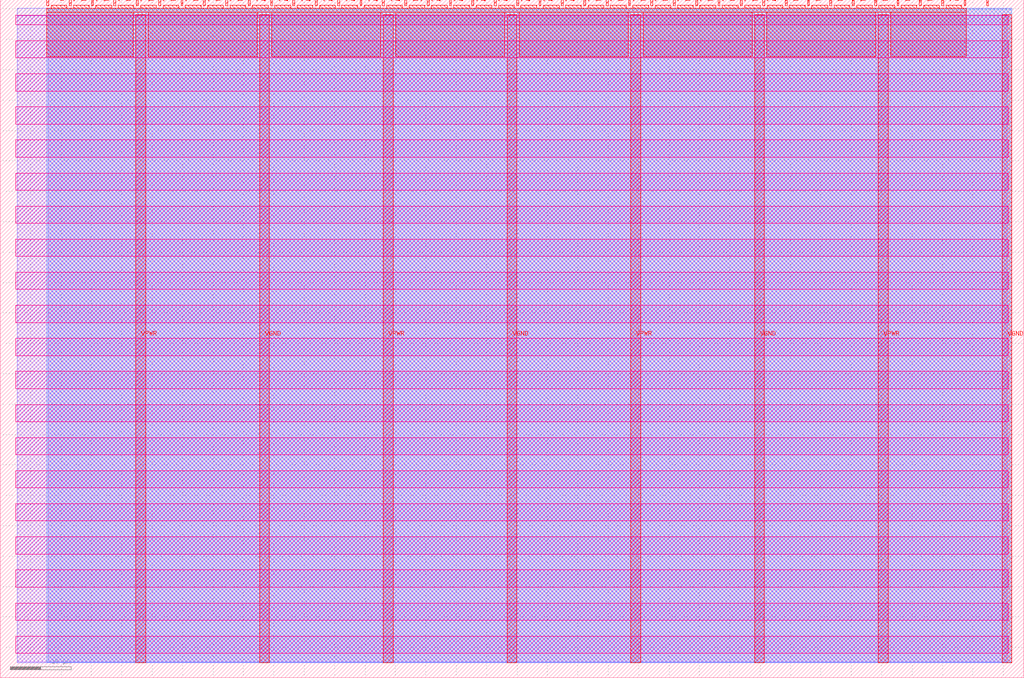
<source format=lef>
VERSION 5.7 ;
  NOWIREEXTENSIONATPIN ON ;
  DIVIDERCHAR "/" ;
  BUSBITCHARS "[]" ;
MACRO tt_um_wokwi_372184284115580929
  CLASS BLOCK ;
  FOREIGN tt_um_wokwi_372184284115580929 ;
  ORIGIN 0.000 0.000 ;
  SIZE 168.360 BY 111.520 ;
  PIN VGND
    DIRECTION INOUT ;
    USE GROUND ;
    PORT
      LAYER met4 ;
        RECT 42.670 2.480 44.270 109.040 ;
    END
    PORT
      LAYER met4 ;
        RECT 83.380 2.480 84.980 109.040 ;
    END
    PORT
      LAYER met4 ;
        RECT 124.090 2.480 125.690 109.040 ;
    END
    PORT
      LAYER met4 ;
        RECT 164.800 2.480 166.400 109.040 ;
    END
  END VGND
  PIN VPWR
    DIRECTION INOUT ;
    USE POWER ;
    PORT
      LAYER met4 ;
        RECT 22.315 2.480 23.915 109.040 ;
    END
    PORT
      LAYER met4 ;
        RECT 63.025 2.480 64.625 109.040 ;
    END
    PORT
      LAYER met4 ;
        RECT 103.735 2.480 105.335 109.040 ;
    END
    PORT
      LAYER met4 ;
        RECT 144.445 2.480 146.045 109.040 ;
    END
  END VPWR
  PIN clk
    DIRECTION INPUT ;
    USE SIGNAL ;
    ANTENNAGATEAREA 0.852000 ;
    PORT
      LAYER met4 ;
        RECT 158.550 110.520 158.850 111.520 ;
    END
  END clk
  PIN ena
    DIRECTION INPUT ;
    USE SIGNAL ;
    PORT
      LAYER met4 ;
        RECT 162.230 110.520 162.530 111.520 ;
    END
  END ena
  PIN rst_n
    DIRECTION INPUT ;
    USE SIGNAL ;
    PORT
      LAYER met4 ;
        RECT 154.870 110.520 155.170 111.520 ;
    END
  END rst_n
  PIN ui_in[0]
    DIRECTION INPUT ;
    USE SIGNAL ;
    PORT
      LAYER met4 ;
        RECT 151.190 110.520 151.490 111.520 ;
    END
  END ui_in[0]
  PIN ui_in[1]
    DIRECTION INPUT ;
    USE SIGNAL ;
    PORT
      LAYER met4 ;
        RECT 147.510 110.520 147.810 111.520 ;
    END
  END ui_in[1]
  PIN ui_in[2]
    DIRECTION INPUT ;
    USE SIGNAL ;
    ANTENNAGATEAREA 0.196500 ;
    PORT
      LAYER met4 ;
        RECT 143.830 110.520 144.130 111.520 ;
    END
  END ui_in[2]
  PIN ui_in[3]
    DIRECTION INPUT ;
    USE SIGNAL ;
    ANTENNAGATEAREA 0.159000 ;
    PORT
      LAYER met4 ;
        RECT 140.150 110.520 140.450 111.520 ;
    END
  END ui_in[3]
  PIN ui_in[4]
    DIRECTION INPUT ;
    USE SIGNAL ;
    ANTENNAGATEAREA 0.196500 ;
    PORT
      LAYER met4 ;
        RECT 136.470 110.520 136.770 111.520 ;
    END
  END ui_in[4]
  PIN ui_in[5]
    DIRECTION INPUT ;
    USE SIGNAL ;
    ANTENNAGATEAREA 0.196500 ;
    PORT
      LAYER met4 ;
        RECT 132.790 110.520 133.090 111.520 ;
    END
  END ui_in[5]
  PIN ui_in[6]
    DIRECTION INPUT ;
    USE SIGNAL ;
    ANTENNAGATEAREA 0.196500 ;
    PORT
      LAYER met4 ;
        RECT 129.110 110.520 129.410 111.520 ;
    END
  END ui_in[6]
  PIN ui_in[7]
    DIRECTION INPUT ;
    USE SIGNAL ;
    ANTENNAGATEAREA 0.196500 ;
    PORT
      LAYER met4 ;
        RECT 125.430 110.520 125.730 111.520 ;
    END
  END ui_in[7]
  PIN uio_in[0]
    DIRECTION INPUT ;
    USE SIGNAL ;
    PORT
      LAYER met4 ;
        RECT 121.750 110.520 122.050 111.520 ;
    END
  END uio_in[0]
  PIN uio_in[1]
    DIRECTION INPUT ;
    USE SIGNAL ;
    PORT
      LAYER met4 ;
        RECT 118.070 110.520 118.370 111.520 ;
    END
  END uio_in[1]
  PIN uio_in[2]
    DIRECTION INPUT ;
    USE SIGNAL ;
    PORT
      LAYER met4 ;
        RECT 114.390 110.520 114.690 111.520 ;
    END
  END uio_in[2]
  PIN uio_in[3]
    DIRECTION INPUT ;
    USE SIGNAL ;
    PORT
      LAYER met4 ;
        RECT 110.710 110.520 111.010 111.520 ;
    END
  END uio_in[3]
  PIN uio_in[4]
    DIRECTION INPUT ;
    USE SIGNAL ;
    PORT
      LAYER met4 ;
        RECT 107.030 110.520 107.330 111.520 ;
    END
  END uio_in[4]
  PIN uio_in[5]
    DIRECTION INPUT ;
    USE SIGNAL ;
    PORT
      LAYER met4 ;
        RECT 103.350 110.520 103.650 111.520 ;
    END
  END uio_in[5]
  PIN uio_in[6]
    DIRECTION INPUT ;
    USE SIGNAL ;
    PORT
      LAYER met4 ;
        RECT 99.670 110.520 99.970 111.520 ;
    END
  END uio_in[6]
  PIN uio_in[7]
    DIRECTION INPUT ;
    USE SIGNAL ;
    PORT
      LAYER met4 ;
        RECT 95.990 110.520 96.290 111.520 ;
    END
  END uio_in[7]
  PIN uio_oe[0]
    DIRECTION OUTPUT TRISTATE ;
    USE SIGNAL ;
    PORT
      LAYER met4 ;
        RECT 33.430 110.520 33.730 111.520 ;
    END
  END uio_oe[0]
  PIN uio_oe[1]
    DIRECTION OUTPUT TRISTATE ;
    USE SIGNAL ;
    PORT
      LAYER met4 ;
        RECT 29.750 110.520 30.050 111.520 ;
    END
  END uio_oe[1]
  PIN uio_oe[2]
    DIRECTION OUTPUT TRISTATE ;
    USE SIGNAL ;
    PORT
      LAYER met4 ;
        RECT 26.070 110.520 26.370 111.520 ;
    END
  END uio_oe[2]
  PIN uio_oe[3]
    DIRECTION OUTPUT TRISTATE ;
    USE SIGNAL ;
    PORT
      LAYER met4 ;
        RECT 22.390 110.520 22.690 111.520 ;
    END
  END uio_oe[3]
  PIN uio_oe[4]
    DIRECTION OUTPUT TRISTATE ;
    USE SIGNAL ;
    PORT
      LAYER met4 ;
        RECT 18.710 110.520 19.010 111.520 ;
    END
  END uio_oe[4]
  PIN uio_oe[5]
    DIRECTION OUTPUT TRISTATE ;
    USE SIGNAL ;
    PORT
      LAYER met4 ;
        RECT 15.030 110.520 15.330 111.520 ;
    END
  END uio_oe[5]
  PIN uio_oe[6]
    DIRECTION OUTPUT TRISTATE ;
    USE SIGNAL ;
    PORT
      LAYER met4 ;
        RECT 11.350 110.520 11.650 111.520 ;
    END
  END uio_oe[6]
  PIN uio_oe[7]
    DIRECTION OUTPUT TRISTATE ;
    USE SIGNAL ;
    PORT
      LAYER met4 ;
        RECT 7.670 110.520 7.970 111.520 ;
    END
  END uio_oe[7]
  PIN uio_out[0]
    DIRECTION OUTPUT TRISTATE ;
    USE SIGNAL ;
    PORT
      LAYER met4 ;
        RECT 62.870 110.520 63.170 111.520 ;
    END
  END uio_out[0]
  PIN uio_out[1]
    DIRECTION OUTPUT TRISTATE ;
    USE SIGNAL ;
    PORT
      LAYER met4 ;
        RECT 59.190 110.520 59.490 111.520 ;
    END
  END uio_out[1]
  PIN uio_out[2]
    DIRECTION OUTPUT TRISTATE ;
    USE SIGNAL ;
    PORT
      LAYER met4 ;
        RECT 55.510 110.520 55.810 111.520 ;
    END
  END uio_out[2]
  PIN uio_out[3]
    DIRECTION OUTPUT TRISTATE ;
    USE SIGNAL ;
    PORT
      LAYER met4 ;
        RECT 51.830 110.520 52.130 111.520 ;
    END
  END uio_out[3]
  PIN uio_out[4]
    DIRECTION OUTPUT TRISTATE ;
    USE SIGNAL ;
    PORT
      LAYER met4 ;
        RECT 48.150 110.520 48.450 111.520 ;
    END
  END uio_out[4]
  PIN uio_out[5]
    DIRECTION OUTPUT TRISTATE ;
    USE SIGNAL ;
    PORT
      LAYER met4 ;
        RECT 44.470 110.520 44.770 111.520 ;
    END
  END uio_out[5]
  PIN uio_out[6]
    DIRECTION OUTPUT TRISTATE ;
    USE SIGNAL ;
    PORT
      LAYER met4 ;
        RECT 40.790 110.520 41.090 111.520 ;
    END
  END uio_out[6]
  PIN uio_out[7]
    DIRECTION OUTPUT TRISTATE ;
    USE SIGNAL ;
    PORT
      LAYER met4 ;
        RECT 37.110 110.520 37.410 111.520 ;
    END
  END uio_out[7]
  PIN uo_out[0]
    DIRECTION OUTPUT TRISTATE ;
    USE SIGNAL ;
    ANTENNADIFFAREA 0.445500 ;
    PORT
      LAYER met4 ;
        RECT 92.310 110.520 92.610 111.520 ;
    END
  END uo_out[0]
  PIN uo_out[1]
    DIRECTION OUTPUT TRISTATE ;
    USE SIGNAL ;
    ANTENNADIFFAREA 0.445500 ;
    PORT
      LAYER met4 ;
        RECT 88.630 110.520 88.930 111.520 ;
    END
  END uo_out[1]
  PIN uo_out[2]
    DIRECTION OUTPUT TRISTATE ;
    USE SIGNAL ;
    ANTENNADIFFAREA 0.445500 ;
    PORT
      LAYER met4 ;
        RECT 84.950 110.520 85.250 111.520 ;
    END
  END uo_out[2]
  PIN uo_out[3]
    DIRECTION OUTPUT TRISTATE ;
    USE SIGNAL ;
    ANTENNADIFFAREA 0.445500 ;
    PORT
      LAYER met4 ;
        RECT 81.270 110.520 81.570 111.520 ;
    END
  END uo_out[3]
  PIN uo_out[4]
    DIRECTION OUTPUT TRISTATE ;
    USE SIGNAL ;
    ANTENNADIFFAREA 0.445500 ;
    PORT
      LAYER met4 ;
        RECT 77.590 110.520 77.890 111.520 ;
    END
  END uo_out[4]
  PIN uo_out[5]
    DIRECTION OUTPUT TRISTATE ;
    USE SIGNAL ;
    ANTENNADIFFAREA 0.445500 ;
    PORT
      LAYER met4 ;
        RECT 73.910 110.520 74.210 111.520 ;
    END
  END uo_out[5]
  PIN uo_out[6]
    DIRECTION OUTPUT TRISTATE ;
    USE SIGNAL ;
    ANTENNADIFFAREA 0.445500 ;
    PORT
      LAYER met4 ;
        RECT 70.230 110.520 70.530 111.520 ;
    END
  END uo_out[6]
  PIN uo_out[7]
    DIRECTION OUTPUT TRISTATE ;
    USE SIGNAL ;
    ANTENNADIFFAREA 0.445500 ;
    PORT
      LAYER met4 ;
        RECT 66.550 110.520 66.850 111.520 ;
    END
  END uo_out[7]
  OBS
      LAYER nwell ;
        RECT 2.570 107.385 165.790 108.990 ;
        RECT 2.570 101.945 165.790 104.775 ;
        RECT 2.570 96.505 165.790 99.335 ;
        RECT 2.570 91.065 165.790 93.895 ;
        RECT 2.570 85.625 165.790 88.455 ;
        RECT 2.570 80.185 165.790 83.015 ;
        RECT 2.570 74.745 165.790 77.575 ;
        RECT 2.570 69.305 165.790 72.135 ;
        RECT 2.570 63.865 165.790 66.695 ;
        RECT 2.570 58.425 165.790 61.255 ;
        RECT 2.570 52.985 165.790 55.815 ;
        RECT 2.570 47.545 165.790 50.375 ;
        RECT 2.570 42.105 165.790 44.935 ;
        RECT 2.570 36.665 165.790 39.495 ;
        RECT 2.570 31.225 165.790 34.055 ;
        RECT 2.570 25.785 165.790 28.615 ;
        RECT 2.570 20.345 165.790 23.175 ;
        RECT 2.570 14.905 165.790 17.735 ;
        RECT 2.570 9.465 165.790 12.295 ;
        RECT 2.570 4.025 165.790 6.855 ;
      LAYER li1 ;
        RECT 2.760 2.635 165.600 108.885 ;
      LAYER met1 ;
        RECT 2.760 2.480 166.400 110.120 ;
      LAYER met2 ;
        RECT 7.910 2.535 166.370 110.150 ;
      LAYER met3 ;
        RECT 7.630 2.555 166.390 109.985 ;
      LAYER met4 ;
        RECT 8.370 110.120 10.950 110.650 ;
        RECT 12.050 110.120 14.630 110.650 ;
        RECT 15.730 110.120 18.310 110.650 ;
        RECT 19.410 110.120 21.990 110.650 ;
        RECT 23.090 110.120 25.670 110.650 ;
        RECT 26.770 110.120 29.350 110.650 ;
        RECT 30.450 110.120 33.030 110.650 ;
        RECT 34.130 110.120 36.710 110.650 ;
        RECT 37.810 110.120 40.390 110.650 ;
        RECT 41.490 110.120 44.070 110.650 ;
        RECT 45.170 110.120 47.750 110.650 ;
        RECT 48.850 110.120 51.430 110.650 ;
        RECT 52.530 110.120 55.110 110.650 ;
        RECT 56.210 110.120 58.790 110.650 ;
        RECT 59.890 110.120 62.470 110.650 ;
        RECT 63.570 110.120 66.150 110.650 ;
        RECT 67.250 110.120 69.830 110.650 ;
        RECT 70.930 110.120 73.510 110.650 ;
        RECT 74.610 110.120 77.190 110.650 ;
        RECT 78.290 110.120 80.870 110.650 ;
        RECT 81.970 110.120 84.550 110.650 ;
        RECT 85.650 110.120 88.230 110.650 ;
        RECT 89.330 110.120 91.910 110.650 ;
        RECT 93.010 110.120 95.590 110.650 ;
        RECT 96.690 110.120 99.270 110.650 ;
        RECT 100.370 110.120 102.950 110.650 ;
        RECT 104.050 110.120 106.630 110.650 ;
        RECT 107.730 110.120 110.310 110.650 ;
        RECT 111.410 110.120 113.990 110.650 ;
        RECT 115.090 110.120 117.670 110.650 ;
        RECT 118.770 110.120 121.350 110.650 ;
        RECT 122.450 110.120 125.030 110.650 ;
        RECT 126.130 110.120 128.710 110.650 ;
        RECT 129.810 110.120 132.390 110.650 ;
        RECT 133.490 110.120 136.070 110.650 ;
        RECT 137.170 110.120 139.750 110.650 ;
        RECT 140.850 110.120 143.430 110.650 ;
        RECT 144.530 110.120 147.110 110.650 ;
        RECT 148.210 110.120 150.790 110.650 ;
        RECT 151.890 110.120 154.470 110.650 ;
        RECT 155.570 110.120 158.150 110.650 ;
        RECT 7.655 109.440 158.865 110.120 ;
        RECT 7.655 102.175 21.915 109.440 ;
        RECT 24.315 102.175 42.270 109.440 ;
        RECT 44.670 102.175 62.625 109.440 ;
        RECT 65.025 102.175 82.980 109.440 ;
        RECT 85.380 102.175 103.335 109.440 ;
        RECT 105.735 102.175 123.690 109.440 ;
        RECT 126.090 102.175 144.045 109.440 ;
        RECT 146.445 102.175 158.865 109.440 ;
  END
END tt_um_wokwi_372184284115580929
END LIBRARY


</source>
